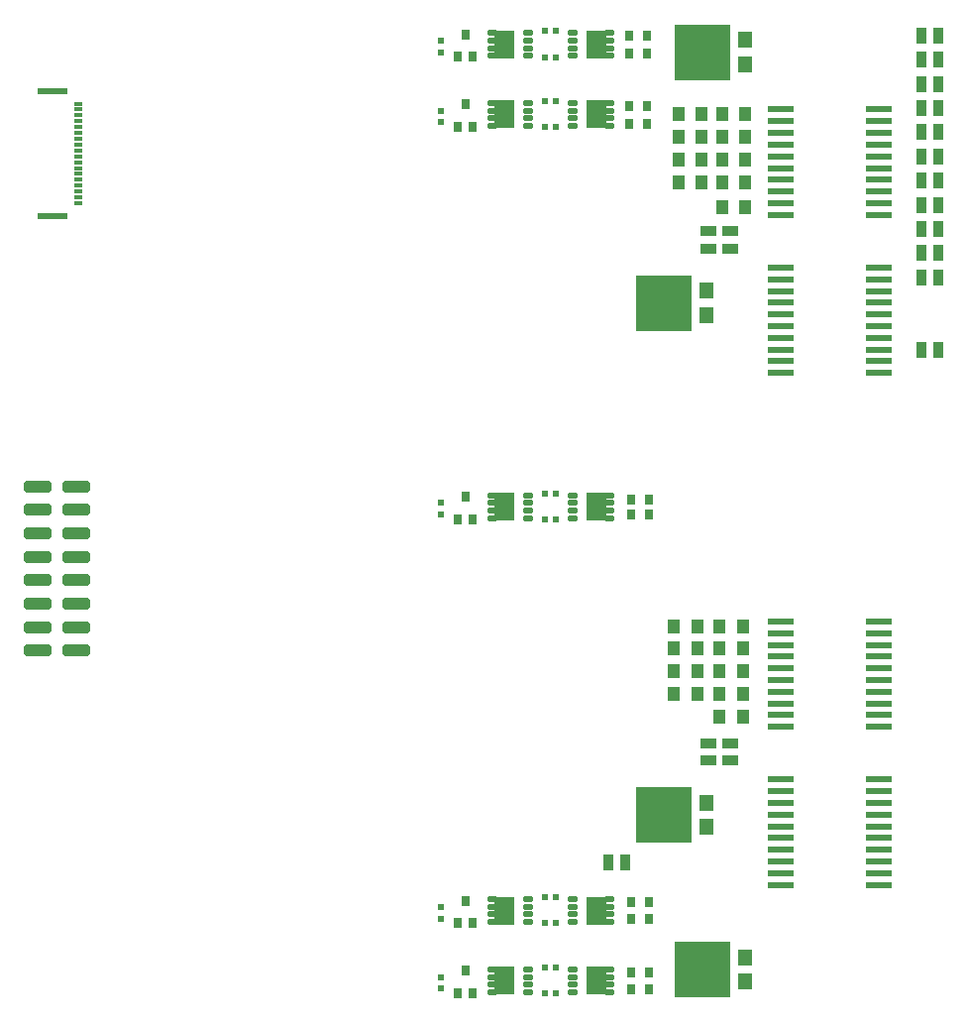
<source format=gbp>
G04 Layer_Color=128*
%FSLAX44Y44*%
%MOMM*%
G71*
G01*
G75*
%ADD10R,1.4000X0.8800*%
%ADD11R,0.7000X0.9000*%
%ADD12R,0.6000X0.6000*%
%ADD13R,0.6000X0.6000*%
%ADD14R,0.8800X1.4000*%
%ADD30R,2.2600X0.6100*%
%ADD34R,1.0000X1.3000*%
%ADD55R,0.7000X0.3000*%
%ADD56R,2.6000X0.6000*%
G04:AMPARAMS|DCode=57|XSize=2.37mm|YSize=1mm|CornerRadius=0.25mm|HoleSize=0mm|Usage=FLASHONLY|Rotation=180.000|XOffset=0mm|YOffset=0mm|HoleType=Round|Shape=RoundedRectangle|*
%AMROUNDEDRECTD57*
21,1,2.3700,0.5000,0,0,180.0*
21,1,1.8700,1.0000,0,0,180.0*
1,1,0.5000,-0.9350,0.2500*
1,1,0.5000,0.9350,0.2500*
1,1,0.5000,0.9350,-0.2500*
1,1,0.5000,-0.9350,-0.2500*
%
%ADD57ROUNDEDRECTD57*%
G04:AMPARAMS|DCode=58|XSize=0.45mm|YSize=0.9mm|CornerRadius=0.1125mm|HoleSize=0mm|Usage=FLASHONLY|Rotation=90.000|XOffset=0mm|YOffset=0mm|HoleType=Round|Shape=RoundedRectangle|*
%AMROUNDEDRECTD58*
21,1,0.4500,0.6750,0,0,90.0*
21,1,0.2250,0.9000,0,0,90.0*
1,1,0.2250,0.3375,0.1125*
1,1,0.2250,0.3375,-0.1125*
1,1,0.2250,-0.3375,-0.1125*
1,1,0.2250,-0.3375,0.1125*
%
%ADD58ROUNDEDRECTD58*%
%ADD59R,1.7000X2.4000*%
G04:AMPARAMS|DCode=60|XSize=0.7mm|YSize=0.9mm|CornerRadius=0.035mm|HoleSize=0mm|Usage=FLASHONLY|Rotation=180.000|XOffset=0mm|YOffset=0mm|HoleType=Round|Shape=RoundedRectangle|*
%AMROUNDEDRECTD60*
21,1,0.7000,0.8300,0,0,180.0*
21,1,0.6300,0.9000,0,0,180.0*
1,1,0.0700,-0.3150,0.4150*
1,1,0.0700,0.3150,0.4150*
1,1,0.0700,0.3150,-0.4150*
1,1,0.0700,-0.3150,-0.4150*
%
%ADD60ROUNDEDRECTD60*%
%ADD61R,4.7500X4.8000*%
%ADD62R,1.2700X1.4000*%
D10*
X488000Y236000D02*
D03*
Y221000D02*
D03*
X507000Y236000D02*
D03*
Y221000D02*
D03*
X488000Y-201250D02*
D03*
Y-216250D02*
D03*
X507000Y-201250D02*
D03*
Y-216250D02*
D03*
D11*
X420750Y343250D02*
D03*
X435750D02*
D03*
X420750Y327750D02*
D03*
X435750D02*
D03*
X420750Y403250D02*
D03*
X435750D02*
D03*
X420750Y387500D02*
D03*
X435750D02*
D03*
X422000Y-411750D02*
D03*
X437000D02*
D03*
Y-396750D02*
D03*
X422000D02*
D03*
Y-336750D02*
D03*
X437000D02*
D03*
Y-351750D02*
D03*
X422000D02*
D03*
X437239Y-5500D02*
D03*
X422239D02*
D03*
X422250Y7125D02*
D03*
X437250D02*
D03*
D12*
X259500Y-6000D02*
D03*
Y4000D02*
D03*
Y398750D02*
D03*
Y388750D02*
D03*
Y-411000D02*
D03*
Y-401000D02*
D03*
Y339000D02*
D03*
Y329000D02*
D03*
Y-351000D02*
D03*
Y-341000D02*
D03*
D13*
X358000Y-10000D02*
D03*
X348000D02*
D03*
Y384750D02*
D03*
X358000D02*
D03*
Y-415000D02*
D03*
X348000D02*
D03*
Y325000D02*
D03*
X358000D02*
D03*
Y-355000D02*
D03*
X348000D02*
D03*
Y12250D02*
D03*
X358000D02*
D03*
Y407000D02*
D03*
X348000D02*
D03*
Y-392750D02*
D03*
X358000D02*
D03*
Y347250D02*
D03*
X348000D02*
D03*
Y-332750D02*
D03*
X358000D02*
D03*
D14*
X402250Y-303000D02*
D03*
X417250D02*
D03*
X669750Y341288D02*
D03*
X684750D02*
D03*
X684750Y279327D02*
D03*
X669750D02*
D03*
X684750Y258673D02*
D03*
X669750D02*
D03*
X669750Y238019D02*
D03*
X684750D02*
D03*
X669750Y299981D02*
D03*
X684750D02*
D03*
X684750Y361942D02*
D03*
X669750D02*
D03*
X684750Y403250D02*
D03*
X669750D02*
D03*
X684750Y382596D02*
D03*
X669750D02*
D03*
X669750Y320634D02*
D03*
X684750D02*
D03*
X684750Y196712D02*
D03*
X669750D02*
D03*
X669750Y217365D02*
D03*
X684750D02*
D03*
X684750Y134750D02*
D03*
X669750D02*
D03*
D30*
X633550Y-322300D02*
D03*
Y-312300D02*
D03*
Y-302300D02*
D03*
Y-292300D02*
D03*
Y-282300D02*
D03*
Y-272300D02*
D03*
Y-262300D02*
D03*
Y-252300D02*
D03*
Y-242300D02*
D03*
Y-232300D02*
D03*
X549750D02*
D03*
Y-242300D02*
D03*
Y-252300D02*
D03*
Y-262300D02*
D03*
Y-272300D02*
D03*
Y-282300D02*
D03*
Y-292300D02*
D03*
Y-302300D02*
D03*
Y-312300D02*
D03*
Y-322300D02*
D03*
X633550Y115000D02*
D03*
Y125000D02*
D03*
Y135000D02*
D03*
Y145000D02*
D03*
Y155000D02*
D03*
Y165000D02*
D03*
Y175000D02*
D03*
Y185000D02*
D03*
Y195000D02*
D03*
Y205000D02*
D03*
X549750D02*
D03*
Y195000D02*
D03*
Y185000D02*
D03*
Y175000D02*
D03*
Y165000D02*
D03*
Y155000D02*
D03*
Y145000D02*
D03*
Y135000D02*
D03*
Y125000D02*
D03*
Y115000D02*
D03*
X633550Y250000D02*
D03*
Y260000D02*
D03*
Y270000D02*
D03*
Y280000D02*
D03*
Y290000D02*
D03*
Y300000D02*
D03*
Y310000D02*
D03*
Y320000D02*
D03*
Y330000D02*
D03*
Y340000D02*
D03*
X549750D02*
D03*
Y330000D02*
D03*
Y320000D02*
D03*
Y310000D02*
D03*
Y300000D02*
D03*
Y290000D02*
D03*
Y280000D02*
D03*
Y270000D02*
D03*
Y260000D02*
D03*
Y250000D02*
D03*
Y-187300D02*
D03*
Y-177300D02*
D03*
Y-167300D02*
D03*
Y-157300D02*
D03*
Y-147300D02*
D03*
Y-137300D02*
D03*
Y-127300D02*
D03*
Y-117300D02*
D03*
Y-107300D02*
D03*
Y-97300D02*
D03*
X633550D02*
D03*
Y-107300D02*
D03*
Y-117300D02*
D03*
Y-127300D02*
D03*
Y-137300D02*
D03*
Y-147300D02*
D03*
Y-157300D02*
D03*
Y-167300D02*
D03*
Y-177300D02*
D03*
Y-187300D02*
D03*
D34*
X497750Y-120417D02*
D03*
X517750D02*
D03*
X497750Y-101250D02*
D03*
X517750D02*
D03*
X497750Y-139583D02*
D03*
X517750D02*
D03*
X497750Y-178750D02*
D03*
X517750D02*
D03*
X497750Y-158750D02*
D03*
X517750D02*
D03*
X458500Y-101250D02*
D03*
X478500D02*
D03*
X458500Y-120417D02*
D03*
X478500D02*
D03*
X458500Y-158750D02*
D03*
X478500D02*
D03*
X458500Y-139583D02*
D03*
X478500D02*
D03*
X499750Y316833D02*
D03*
X519750D02*
D03*
X462500Y297167D02*
D03*
X482500D02*
D03*
X499750Y277500D02*
D03*
X519750D02*
D03*
X499750Y336500D02*
D03*
X519750D02*
D03*
X499750Y256750D02*
D03*
X519750D02*
D03*
X499750Y297167D02*
D03*
X519750D02*
D03*
X462500Y316833D02*
D03*
X482500D02*
D03*
X462500Y277500D02*
D03*
X482500D02*
D03*
X462500Y336500D02*
D03*
X482500D02*
D03*
D55*
X-50000Y305000D02*
D03*
Y300000D02*
D03*
Y295000D02*
D03*
Y290000D02*
D03*
Y285000D02*
D03*
Y280000D02*
D03*
Y275000D02*
D03*
Y270000D02*
D03*
Y265000D02*
D03*
Y260000D02*
D03*
Y310000D02*
D03*
Y315000D02*
D03*
Y320000D02*
D03*
Y325000D02*
D03*
Y330000D02*
D03*
Y335000D02*
D03*
Y340000D02*
D03*
Y345000D02*
D03*
D56*
X-72000Y356000D02*
D03*
Y249000D02*
D03*
D57*
X-51800Y17980D02*
D03*
X-85500D02*
D03*
Y-2020D02*
D03*
X-51800D02*
D03*
X-85500Y-22020D02*
D03*
X-51800D02*
D03*
X-85500Y-42020D02*
D03*
X-51800D02*
D03*
X-85500Y-62020D02*
D03*
X-51800D02*
D03*
X-85500Y-82020D02*
D03*
X-51800D02*
D03*
X-85500Y-102020D02*
D03*
X-51800D02*
D03*
X-85500Y-122020D02*
D03*
X-51800D02*
D03*
D58*
X333750Y10500D02*
D03*
Y4000D02*
D03*
Y-2500D02*
D03*
Y-9000D02*
D03*
X303250D02*
D03*
Y-2500D02*
D03*
Y4000D02*
D03*
Y10500D02*
D03*
Y405250D02*
D03*
Y398750D02*
D03*
Y392250D02*
D03*
Y385750D02*
D03*
X333750D02*
D03*
Y392250D02*
D03*
Y398750D02*
D03*
Y405250D02*
D03*
Y-394500D02*
D03*
Y-401000D02*
D03*
Y-407500D02*
D03*
Y-414000D02*
D03*
X303250D02*
D03*
Y-407500D02*
D03*
Y-401000D02*
D03*
Y-394500D02*
D03*
Y345500D02*
D03*
Y339000D02*
D03*
Y332500D02*
D03*
Y326000D02*
D03*
X333750D02*
D03*
Y332500D02*
D03*
Y339000D02*
D03*
Y345500D02*
D03*
Y-334500D02*
D03*
Y-341000D02*
D03*
Y-347500D02*
D03*
Y-354000D02*
D03*
X303250D02*
D03*
Y-347500D02*
D03*
Y-341000D02*
D03*
Y-334500D02*
D03*
X403000Y-9000D02*
D03*
Y-2500D02*
D03*
Y4000D02*
D03*
Y10500D02*
D03*
X372500D02*
D03*
Y4000D02*
D03*
Y-2500D02*
D03*
Y-9000D02*
D03*
Y385750D02*
D03*
Y392250D02*
D03*
Y398750D02*
D03*
Y405250D02*
D03*
X403000D02*
D03*
Y398750D02*
D03*
Y392250D02*
D03*
Y385750D02*
D03*
Y-414000D02*
D03*
Y-407500D02*
D03*
Y-401000D02*
D03*
Y-394500D02*
D03*
X372500D02*
D03*
Y-401000D02*
D03*
Y-407500D02*
D03*
Y-414000D02*
D03*
Y326000D02*
D03*
Y332500D02*
D03*
Y339000D02*
D03*
Y345500D02*
D03*
X403000D02*
D03*
Y339000D02*
D03*
Y332500D02*
D03*
Y326000D02*
D03*
Y-354000D02*
D03*
Y-347500D02*
D03*
Y-341000D02*
D03*
Y-334500D02*
D03*
X372500D02*
D03*
Y-341000D02*
D03*
Y-347500D02*
D03*
Y-354000D02*
D03*
D59*
X314000Y750D02*
D03*
Y395500D02*
D03*
Y-404250D02*
D03*
Y335750D02*
D03*
Y-344250D02*
D03*
X392250Y750D02*
D03*
Y395500D02*
D03*
Y-404250D02*
D03*
Y335750D02*
D03*
Y-344250D02*
D03*
D60*
X286750Y385000D02*
D03*
X273750D02*
D03*
X280250Y404000D02*
D03*
X286750Y325250D02*
D03*
X273750D02*
D03*
X280250Y344250D02*
D03*
X286750Y-9750D02*
D03*
X273750D02*
D03*
X280250Y9250D02*
D03*
X286750Y-354750D02*
D03*
X273750D02*
D03*
X280250Y-335750D02*
D03*
X286750Y-414750D02*
D03*
X273750D02*
D03*
X280250Y-395750D02*
D03*
D61*
X450000Y174750D02*
D03*
Y-262500D02*
D03*
X483000Y389000D02*
D03*
Y-394500D02*
D03*
D62*
X486500Y185150D02*
D03*
Y164350D02*
D03*
Y-252100D02*
D03*
Y-272900D02*
D03*
X519500Y399400D02*
D03*
Y378600D02*
D03*
Y-384100D02*
D03*
Y-404900D02*
D03*
M02*

</source>
